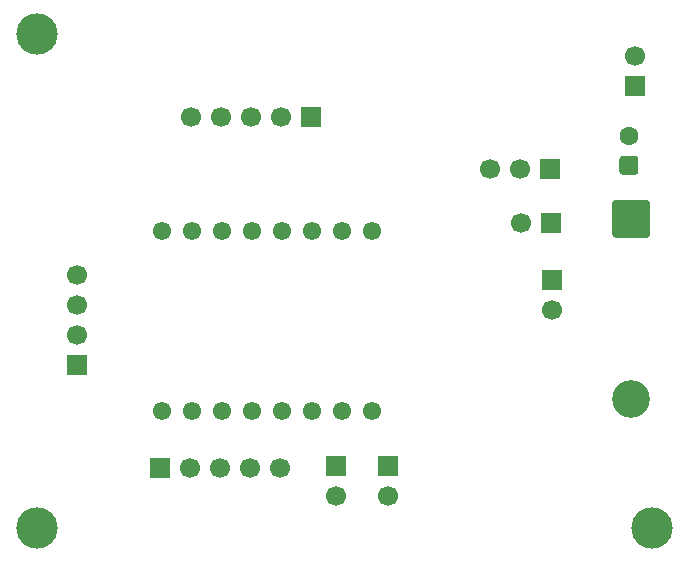
<source format=gts>
G04 #@! TF.GenerationSoftware,KiCad,Pcbnew,9.0.7*
G04 #@! TF.CreationDate,2026-02-17T18:12:50-06:00*
G04 #@! TF.ProjectId,CNC_Coolant_Pump_Control,434e435f-436f-46f6-9c61-6e745f50756d,rev?*
G04 #@! TF.SameCoordinates,PX3750280PY66ff300*
G04 #@! TF.FileFunction,Soldermask,Top*
G04 #@! TF.FilePolarity,Negative*
%FSLAX46Y46*%
G04 Gerber Fmt 4.6, Leading zero omitted, Abs format (unit mm)*
G04 Created by KiCad (PCBNEW 9.0.7) date 2026-02-17 18:12:50*
%MOMM*%
%LPD*%
G01*
G04 APERTURE LIST*
%ADD10C,1.600000*%
%ADD11R,1.700000X1.700000*%
%ADD12C,1.700000*%
%ADD13C,3.200000*%
%ADD14C,1.552000*%
%ADD15C,3.500000*%
G04 APERTURE END LIST*
G36*
G01*
X54550000Y33900000D02*
X53450000Y33900000D01*
G75*
G02*
X53200000Y34150000I0J250000D01*
G01*
X53200000Y35250000D01*
G75*
G02*
X53450000Y35500000I250000J0D01*
G01*
X54550000Y35500000D01*
G75*
G02*
X54800000Y35250000I0J-250000D01*
G01*
X54800000Y34150000D01*
G75*
G02*
X54550000Y33900000I-250000J0D01*
G01*
G37*
D10*
X54000000Y37200000D03*
D11*
X29200000Y9240000D03*
D12*
X29200000Y6700000D03*
D11*
X33600000Y9212500D03*
D12*
X33600000Y6672500D03*
G36*
G01*
X52850000Y31770000D02*
X55550000Y31770000D01*
G75*
G02*
X55800000Y31520000I0J-250000D01*
G01*
X55800000Y28820000D01*
G75*
G02*
X55550000Y28570000I-250000J0D01*
G01*
X52850000Y28570000D01*
G75*
G02*
X52600000Y28820000I0J250000D01*
G01*
X52600000Y31520000D01*
G75*
G02*
X52850000Y31770000I250000J0D01*
G01*
G37*
D13*
X54200000Y14930000D03*
D11*
X47400000Y29830000D03*
D12*
X44860000Y29830000D03*
D14*
X32240000Y29130000D03*
X29700000Y29130000D03*
X27160000Y29130000D03*
X24620000Y29130000D03*
X19540000Y29130000D03*
X22080000Y29130000D03*
X14460000Y13890000D03*
X14460000Y29130000D03*
X17000000Y13890000D03*
X19540000Y13890000D03*
X22080000Y13890000D03*
X24620000Y13890000D03*
X27160000Y13890000D03*
X29700000Y13890000D03*
X32240000Y13890000D03*
X17000000Y29130000D03*
D15*
X3900000Y4000000D03*
D11*
X47300000Y34430000D03*
D12*
X44760000Y34430000D03*
X42220000Y34430000D03*
D11*
X27100000Y38800000D03*
D12*
X24560000Y38800000D03*
X22020000Y38800000D03*
X19480000Y38800000D03*
X16940000Y38800000D03*
D11*
X47500000Y25005000D03*
D12*
X47500000Y22465000D03*
D11*
X54500000Y41460000D03*
D12*
X54500000Y44000000D03*
D11*
X7300000Y17820000D03*
D12*
X7300000Y20360000D03*
X7300000Y22900000D03*
X7300000Y25440000D03*
D15*
X56000000Y4000000D03*
X3900000Y45800000D03*
D11*
X14340000Y9100000D03*
D12*
X16880000Y9100000D03*
X19420000Y9100000D03*
X21960000Y9100000D03*
X24500000Y9100000D03*
M02*

</source>
